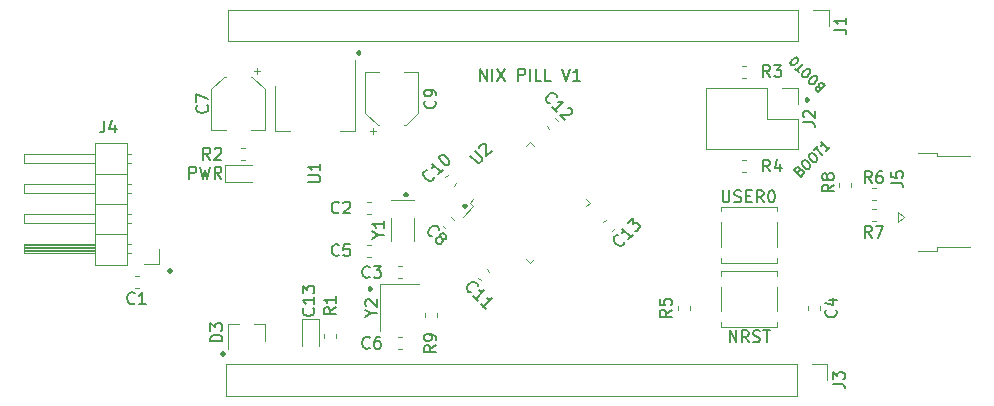
<source format=gbr>
%TF.GenerationSoftware,KiCad,Pcbnew,(5.1.6)-1*%
%TF.CreationDate,2021-01-27T20:14:57-06:00*%
%TF.ProjectId,nix-pill-v1,6e69782d-7069-46c6-9c2d-76312e6b6963,rev?*%
%TF.SameCoordinates,Original*%
%TF.FileFunction,Legend,Top*%
%TF.FilePolarity,Positive*%
%FSLAX46Y46*%
G04 Gerber Fmt 4.6, Leading zero omitted, Abs format (unit mm)*
G04 Created by KiCad (PCBNEW (5.1.6)-1) date 2021-01-27 20:14:57*
%MOMM*%
%LPD*%
G01*
G04 APERTURE LIST*
%ADD10C,0.150000*%
%ADD11C,0.300000*%
%ADD12C,0.200000*%
%ADD13C,0.120000*%
G04 APERTURE END LIST*
D10*
X133285714Y-107152380D02*
X133285714Y-106152380D01*
X133857142Y-107152380D01*
X133857142Y-106152380D01*
X134333333Y-107152380D02*
X134333333Y-106152380D01*
X134714285Y-106152380D02*
X135380952Y-107152380D01*
X135380952Y-106152380D02*
X134714285Y-107152380D01*
X136523809Y-107152380D02*
X136523809Y-106152380D01*
X136904761Y-106152380D01*
X137000000Y-106200000D01*
X137047619Y-106247619D01*
X137095238Y-106342857D01*
X137095238Y-106485714D01*
X137047619Y-106580952D01*
X137000000Y-106628571D01*
X136904761Y-106676190D01*
X136523809Y-106676190D01*
X137523809Y-107152380D02*
X137523809Y-106152380D01*
X138476190Y-107152380D02*
X138000000Y-107152380D01*
X138000000Y-106152380D01*
X139285714Y-107152380D02*
X138809523Y-107152380D01*
X138809523Y-106152380D01*
X140238095Y-106152380D02*
X140571428Y-107152380D01*
X140904761Y-106152380D01*
X141761904Y-107152380D02*
X141190476Y-107152380D01*
X141476190Y-107152380D02*
X141476190Y-106152380D01*
X141380952Y-106295238D01*
X141285714Y-106390476D01*
X141190476Y-106438095D01*
D11*
X107000000Y-123235714D02*
X106928571Y-123307142D01*
X107000000Y-123378571D01*
X107071428Y-123307142D01*
X107000000Y-123235714D01*
X107000000Y-123378571D01*
X161000000Y-108735714D02*
X160928571Y-108807142D01*
X161000000Y-108878571D01*
X161071428Y-108807142D01*
X161000000Y-108735714D01*
X161000000Y-108878571D01*
X132000000Y-117735714D02*
X131928571Y-117807142D01*
X132000000Y-117878571D01*
X132071428Y-117807142D01*
X132000000Y-117735714D01*
X132000000Y-117878571D01*
X127000000Y-116735714D02*
X126928571Y-116807142D01*
X127000000Y-116878571D01*
X127071428Y-116807142D01*
X127000000Y-116735714D01*
X127000000Y-116878571D01*
X124000000Y-124735714D02*
X123928571Y-124807142D01*
X124000000Y-124878571D01*
X124071428Y-124807142D01*
X124000000Y-124735714D01*
X124000000Y-124878571D01*
X111500000Y-130235714D02*
X111428571Y-130307142D01*
X111500000Y-130378571D01*
X111571428Y-130307142D01*
X111500000Y-130235714D01*
X111500000Y-130378571D01*
X123000000Y-104735714D02*
X122928571Y-104807142D01*
X123000000Y-104878571D01*
X123071428Y-104807142D01*
X123000000Y-104735714D01*
X123000000Y-104878571D01*
D12*
X160322503Y-114796683D02*
X160430253Y-114742809D01*
X160484128Y-114742809D01*
X160564940Y-114769746D01*
X160645752Y-114850558D01*
X160672690Y-114931370D01*
X160672690Y-114985245D01*
X160645752Y-115066057D01*
X160430253Y-115281557D01*
X159864568Y-114715871D01*
X160053129Y-114527309D01*
X160133942Y-114500372D01*
X160187816Y-114500372D01*
X160268629Y-114527309D01*
X160322503Y-114581184D01*
X160349441Y-114661996D01*
X160349441Y-114715871D01*
X160322503Y-114796683D01*
X160133942Y-114985245D01*
X160538003Y-114042436D02*
X160645752Y-113934687D01*
X160726564Y-113907749D01*
X160834314Y-113907749D01*
X160969001Y-113988561D01*
X161157563Y-114177123D01*
X161238375Y-114311810D01*
X161238375Y-114419560D01*
X161211438Y-114500372D01*
X161103688Y-114608122D01*
X161022876Y-114635059D01*
X160915126Y-114635059D01*
X160780439Y-114554247D01*
X160591877Y-114365685D01*
X160511065Y-114230998D01*
X160511065Y-114123248D01*
X160538003Y-114042436D01*
X161130625Y-113449813D02*
X161238375Y-113342064D01*
X161319187Y-113315126D01*
X161426937Y-113315126D01*
X161561624Y-113395938D01*
X161750186Y-113584500D01*
X161830998Y-113719187D01*
X161830998Y-113826937D01*
X161804061Y-113907749D01*
X161696311Y-114015499D01*
X161615499Y-114042436D01*
X161507749Y-114042436D01*
X161373062Y-113961624D01*
X161184500Y-113773062D01*
X161103688Y-113638375D01*
X161103688Y-113530625D01*
X161130625Y-113449813D01*
X161534687Y-113045752D02*
X161857935Y-112722503D01*
X162261996Y-113449813D02*
X161696311Y-112884128D01*
X162908494Y-112803316D02*
X162585245Y-113126564D01*
X162746870Y-112964940D02*
X162181184Y-112399255D01*
X162208122Y-112533942D01*
X162208122Y-112641691D01*
X162181184Y-112722503D01*
X161996683Y-107677496D02*
X161942809Y-107569746D01*
X161942809Y-107515871D01*
X161969746Y-107435059D01*
X162050558Y-107354247D01*
X162131370Y-107327309D01*
X162185245Y-107327309D01*
X162266057Y-107354247D01*
X162481557Y-107569746D01*
X161915871Y-108135431D01*
X161727309Y-107946870D01*
X161700372Y-107866057D01*
X161700372Y-107812183D01*
X161727309Y-107731370D01*
X161781184Y-107677496D01*
X161861996Y-107650558D01*
X161915871Y-107650558D01*
X161996683Y-107677496D01*
X162185245Y-107866057D01*
X161242436Y-107461996D02*
X161134687Y-107354247D01*
X161107749Y-107273435D01*
X161107749Y-107165685D01*
X161188561Y-107030998D01*
X161377123Y-106842436D01*
X161511810Y-106761624D01*
X161619560Y-106761624D01*
X161700372Y-106788561D01*
X161808122Y-106896311D01*
X161835059Y-106977123D01*
X161835059Y-107084873D01*
X161754247Y-107219560D01*
X161565685Y-107408122D01*
X161430998Y-107488934D01*
X161323248Y-107488934D01*
X161242436Y-107461996D01*
X160649813Y-106869374D02*
X160542064Y-106761624D01*
X160515126Y-106680812D01*
X160515126Y-106573062D01*
X160595938Y-106438375D01*
X160784500Y-106249813D01*
X160919187Y-106169001D01*
X161026937Y-106169001D01*
X161107749Y-106195938D01*
X161215499Y-106303688D01*
X161242436Y-106384500D01*
X161242436Y-106492250D01*
X161161624Y-106626937D01*
X160973062Y-106815499D01*
X160838375Y-106896311D01*
X160730625Y-106896311D01*
X160649813Y-106869374D01*
X160245752Y-106465312D02*
X159922503Y-106142064D01*
X160649813Y-105738003D02*
X160084128Y-106303688D01*
X159626192Y-105845752D02*
X159572317Y-105791877D01*
X159545380Y-105711065D01*
X159545380Y-105657190D01*
X159572317Y-105576378D01*
X159653129Y-105441691D01*
X159787816Y-105307004D01*
X159922503Y-105226192D01*
X160003316Y-105199255D01*
X160057190Y-105199255D01*
X160138003Y-105226192D01*
X160191877Y-105280067D01*
X160218815Y-105360879D01*
X160218815Y-105414754D01*
X160191877Y-105495566D01*
X160111065Y-105630253D01*
X159976378Y-105764940D01*
X159841691Y-105845752D01*
X159760879Y-105872690D01*
X159707004Y-105872690D01*
X159626192Y-105845752D01*
D13*
%TO.C,C1*%
X104362779Y-124710000D02*
X104037221Y-124710000D01*
X104362779Y-123690000D02*
X104037221Y-123690000D01*
%TO.C,C2*%
X124062779Y-118460000D02*
X123737221Y-118460000D01*
X124062779Y-117440000D02*
X123737221Y-117440000D01*
%TO.C,C3*%
X126337221Y-123910000D02*
X126662779Y-123910000D01*
X126337221Y-122890000D02*
X126662779Y-122890000D01*
%TO.C,C4*%
X162060000Y-126562779D02*
X162060000Y-126237221D01*
X161040000Y-126562779D02*
X161040000Y-126237221D01*
%TO.C,C5*%
X124062779Y-122060000D02*
X123737221Y-122060000D01*
X124062779Y-121040000D02*
X123737221Y-121040000D01*
%TO.C,C6*%
X126662779Y-128890000D02*
X126337221Y-128890000D01*
X126662779Y-129910000D02*
X126337221Y-129910000D01*
%TO.C,C7*%
X110540000Y-111360000D02*
X111740000Y-111360000D01*
X115060000Y-111360000D02*
X113860000Y-111360000D01*
X115060000Y-107904437D02*
X115060000Y-111360000D01*
X110540000Y-107904437D02*
X110540000Y-111360000D01*
X111604437Y-106840000D02*
X111740000Y-106840000D01*
X113995563Y-106840000D02*
X113860000Y-106840000D01*
X113995563Y-106840000D02*
X115060000Y-107904437D01*
X111604437Y-106840000D02*
X110540000Y-107904437D01*
X114360000Y-106100000D02*
X114360000Y-106600000D01*
X114610000Y-106350000D02*
X114110000Y-106350000D01*
%TO.C,C8*%
X130354478Y-119675727D02*
X130124273Y-119445522D01*
X131075727Y-118954478D02*
X130845522Y-118724273D01*
%TO.C,C9*%
X123990000Y-111450000D02*
X124490000Y-111450000D01*
X124240000Y-111700000D02*
X124240000Y-111200000D01*
X126995563Y-110960000D02*
X128060000Y-109895563D01*
X124604437Y-110960000D02*
X123540000Y-109895563D01*
X124604437Y-110960000D02*
X124740000Y-110960000D01*
X126995563Y-110960000D02*
X126860000Y-110960000D01*
X128060000Y-109895563D02*
X128060000Y-106440000D01*
X123540000Y-109895563D02*
X123540000Y-106440000D01*
X123540000Y-106440000D02*
X124740000Y-106440000D01*
X128060000Y-106440000D02*
X126860000Y-106440000D01*
%TO.C,C10*%
X131045522Y-116075727D02*
X131275727Y-115845522D01*
X130324273Y-115354478D02*
X130554478Y-115124273D01*
%TO.C,C11*%
X133354478Y-124075727D02*
X133124273Y-123845522D01*
X134075727Y-123354478D02*
X133845522Y-123124273D01*
%TO.C,C12*%
X138924273Y-111045522D02*
X139154478Y-111275727D01*
X139645522Y-110324273D02*
X139875727Y-110554478D01*
%TO.C,C13*%
X144675727Y-119645522D02*
X144445522Y-119875727D01*
X143954478Y-118924273D02*
X143724273Y-119154478D01*
%TO.C,D1*%
X118165000Y-127315000D02*
X118165000Y-129600000D01*
X119635000Y-127315000D02*
X118165000Y-127315000D01*
X119635000Y-129600000D02*
X119635000Y-127315000D01*
%TO.C,D2*%
X114000000Y-114265000D02*
X111715000Y-114265000D01*
X111715000Y-114265000D02*
X111715000Y-115735000D01*
X111715000Y-115735000D02*
X114000000Y-115735000D01*
%TO.C,D3*%
X115080000Y-127740000D02*
X114150000Y-127740000D01*
X111920000Y-127740000D02*
X112850000Y-127740000D01*
X111920000Y-127740000D02*
X111920000Y-129900000D01*
X115080000Y-127740000D02*
X115080000Y-129200000D01*
%TO.C,J1*%
X162830000Y-101170000D02*
X162830000Y-102500000D01*
X161500000Y-101170000D02*
X162830000Y-101170000D01*
X160230000Y-101170000D02*
X160230000Y-103830000D01*
X160230000Y-103830000D02*
X111910000Y-103830000D01*
X160230000Y-101170000D02*
X111910000Y-101170000D01*
X111910000Y-101170000D02*
X111910000Y-103830000D01*
%TO.C,J2*%
X152450000Y-107770000D02*
X152450000Y-112970000D01*
X157590000Y-107770000D02*
X152450000Y-107770000D01*
X160190000Y-112970000D02*
X152450000Y-112970000D01*
X157590000Y-107770000D02*
X157590000Y-110370000D01*
X157590000Y-110370000D02*
X160190000Y-110370000D01*
X160190000Y-110370000D02*
X160190000Y-112970000D01*
X158860000Y-107770000D02*
X160190000Y-107770000D01*
X160190000Y-107770000D02*
X160190000Y-109100000D01*
%TO.C,J3*%
X111770000Y-131170000D02*
X111770000Y-133830000D01*
X160090000Y-131170000D02*
X111770000Y-131170000D01*
X160090000Y-133830000D02*
X111770000Y-133830000D01*
X160090000Y-131170000D02*
X160090000Y-133830000D01*
X161360000Y-131170000D02*
X162690000Y-131170000D01*
X162690000Y-131170000D02*
X162690000Y-132500000D01*
%TO.C,J4*%
X103360000Y-122730000D02*
X103360000Y-112450000D01*
X103360000Y-112450000D02*
X100700000Y-112450000D01*
X100700000Y-112450000D02*
X100700000Y-122730000D01*
X100700000Y-122730000D02*
X103360000Y-122730000D01*
X100700000Y-121780000D02*
X94700000Y-121780000D01*
X94700000Y-121780000D02*
X94700000Y-121020000D01*
X94700000Y-121020000D02*
X100700000Y-121020000D01*
X100700000Y-121720000D02*
X94700000Y-121720000D01*
X100700000Y-121600000D02*
X94700000Y-121600000D01*
X100700000Y-121480000D02*
X94700000Y-121480000D01*
X100700000Y-121360000D02*
X94700000Y-121360000D01*
X100700000Y-121240000D02*
X94700000Y-121240000D01*
X100700000Y-121120000D02*
X94700000Y-121120000D01*
X103690000Y-121780000D02*
X103360000Y-121780000D01*
X103690000Y-121020000D02*
X103360000Y-121020000D01*
X103360000Y-120130000D02*
X100700000Y-120130000D01*
X100700000Y-119240000D02*
X94700000Y-119240000D01*
X94700000Y-119240000D02*
X94700000Y-118480000D01*
X94700000Y-118480000D02*
X100700000Y-118480000D01*
X103757071Y-119240000D02*
X103360000Y-119240000D01*
X103757071Y-118480000D02*
X103360000Y-118480000D01*
X103360000Y-117590000D02*
X100700000Y-117590000D01*
X100700000Y-116700000D02*
X94700000Y-116700000D01*
X94700000Y-116700000D02*
X94700000Y-115940000D01*
X94700000Y-115940000D02*
X100700000Y-115940000D01*
X103757071Y-116700000D02*
X103360000Y-116700000D01*
X103757071Y-115940000D02*
X103360000Y-115940000D01*
X103360000Y-115050000D02*
X100700000Y-115050000D01*
X100700000Y-114160000D02*
X94700000Y-114160000D01*
X94700000Y-114160000D02*
X94700000Y-113400000D01*
X94700000Y-113400000D02*
X100700000Y-113400000D01*
X103757071Y-114160000D02*
X103360000Y-114160000D01*
X103757071Y-113400000D02*
X103360000Y-113400000D01*
X106070000Y-121400000D02*
X106070000Y-122670000D01*
X106070000Y-122670000D02*
X104800000Y-122670000D01*
%TO.C,J5*%
X171935000Y-121575000D02*
X170385000Y-121575000D01*
X171935000Y-121575000D02*
X171935000Y-121275000D01*
X174735000Y-121275000D02*
X171935000Y-121275000D01*
X171935000Y-113275000D02*
X170385000Y-113275000D01*
X171935000Y-113575000D02*
X171935000Y-113275000D01*
X174735000Y-113575000D02*
X171935000Y-113575000D01*
X168685000Y-118325000D02*
X169135000Y-118725000D01*
X168685000Y-119125000D02*
X168685000Y-118325000D01*
X169135000Y-118725000D02*
X168685000Y-119125000D01*
%TO.C,R1*%
X120090000Y-128637221D02*
X120090000Y-128962779D01*
X121110000Y-128637221D02*
X121110000Y-128962779D01*
%TO.C,R2*%
X113037221Y-112890000D02*
X113362779Y-112890000D01*
X113037221Y-113910000D02*
X113362779Y-113910000D01*
%TO.C,R3*%
X155437221Y-105890000D02*
X155762779Y-105890000D01*
X155437221Y-106910000D02*
X155762779Y-106910000D01*
%TO.C,R4*%
X155762779Y-113890000D02*
X155437221Y-113890000D01*
X155762779Y-114910000D02*
X155437221Y-114910000D01*
%TO.C,R5*%
X150040000Y-126237221D02*
X150040000Y-126562779D01*
X151060000Y-126237221D02*
X151060000Y-126562779D01*
%TO.C,R6*%
X166437221Y-117310000D02*
X166762779Y-117310000D01*
X166437221Y-116290000D02*
X166762779Y-116290000D01*
%TO.C,R7*%
X166437221Y-117990000D02*
X166762779Y-117990000D01*
X166437221Y-119010000D02*
X166762779Y-119010000D01*
%TO.C,R8*%
X164710000Y-115837221D02*
X164710000Y-116162779D01*
X163690000Y-115837221D02*
X163690000Y-116162779D01*
%TO.C,R9*%
X129610000Y-126837221D02*
X129610000Y-127162779D01*
X128590000Y-126837221D02*
X128590000Y-127162779D01*
%TO.C,SW1*%
X153680000Y-117830000D02*
X158420000Y-117830000D01*
X153680000Y-117830000D02*
X153680000Y-118230000D01*
X158420000Y-117830000D02*
X158420000Y-118230000D01*
X153680000Y-122570000D02*
X153680000Y-122170000D01*
X153680000Y-122570000D02*
X158420000Y-122570000D01*
X158420000Y-122570000D02*
X158420000Y-122170000D01*
X158420000Y-121230000D02*
X158420000Y-119170000D01*
X153680000Y-121230000D02*
X153680000Y-119170000D01*
%TO.C,SW2*%
X153680000Y-126680000D02*
X153680000Y-124620000D01*
X158420000Y-126680000D02*
X158420000Y-124620000D01*
X158420000Y-128020000D02*
X158420000Y-127620000D01*
X153680000Y-128020000D02*
X158420000Y-128020000D01*
X153680000Y-128020000D02*
X153680000Y-127620000D01*
X158420000Y-123280000D02*
X158420000Y-123680000D01*
X153680000Y-123280000D02*
X153680000Y-123680000D01*
X153680000Y-123280000D02*
X158420000Y-123280000D01*
%TO.C,U1*%
X115890000Y-111410000D02*
X117150000Y-111410000D01*
X122710000Y-111410000D02*
X121450000Y-111410000D01*
X115890000Y-107650000D02*
X115890000Y-111410000D01*
X122710000Y-105400000D02*
X122710000Y-111410000D01*
%TO.C,U2*%
X142287113Y-117818198D02*
X142605311Y-117500000D01*
X142605311Y-117500000D02*
X142287113Y-117181802D01*
X137818198Y-122287113D02*
X137500000Y-122605311D01*
X137500000Y-122605311D02*
X137181802Y-122287113D01*
X137181802Y-112712887D02*
X137500000Y-112394689D01*
X137500000Y-112394689D02*
X137818198Y-112712887D01*
X132712887Y-117181802D02*
X132394689Y-117500000D01*
X132394689Y-117500000D02*
X132712887Y-117818198D01*
X132712887Y-117818198D02*
X131800719Y-118730366D01*
%TO.C,Y1*%
X127650000Y-118800000D02*
X127650000Y-120700000D01*
X125750000Y-118800000D02*
X125750000Y-120700000D01*
X127650000Y-117300000D02*
X125750000Y-117300000D01*
%TO.C,Y2*%
X128150000Y-124400000D02*
X124850000Y-124400000D01*
X124850000Y-124400000D02*
X124850000Y-128400000D01*
%TO.C,C1*%
D10*
X104033333Y-125987142D02*
X103985714Y-126034761D01*
X103842857Y-126082380D01*
X103747619Y-126082380D01*
X103604761Y-126034761D01*
X103509523Y-125939523D01*
X103461904Y-125844285D01*
X103414285Y-125653809D01*
X103414285Y-125510952D01*
X103461904Y-125320476D01*
X103509523Y-125225238D01*
X103604761Y-125130000D01*
X103747619Y-125082380D01*
X103842857Y-125082380D01*
X103985714Y-125130000D01*
X104033333Y-125177619D01*
X104985714Y-126082380D02*
X104414285Y-126082380D01*
X104700000Y-126082380D02*
X104700000Y-125082380D01*
X104604761Y-125225238D01*
X104509523Y-125320476D01*
X104414285Y-125368095D01*
%TO.C,C2*%
X121333333Y-118307142D02*
X121285714Y-118354761D01*
X121142857Y-118402380D01*
X121047619Y-118402380D01*
X120904761Y-118354761D01*
X120809523Y-118259523D01*
X120761904Y-118164285D01*
X120714285Y-117973809D01*
X120714285Y-117830952D01*
X120761904Y-117640476D01*
X120809523Y-117545238D01*
X120904761Y-117450000D01*
X121047619Y-117402380D01*
X121142857Y-117402380D01*
X121285714Y-117450000D01*
X121333333Y-117497619D01*
X121714285Y-117497619D02*
X121761904Y-117450000D01*
X121857142Y-117402380D01*
X122095238Y-117402380D01*
X122190476Y-117450000D01*
X122238095Y-117497619D01*
X122285714Y-117592857D01*
X122285714Y-117688095D01*
X122238095Y-117830952D01*
X121666666Y-118402380D01*
X122285714Y-118402380D01*
%TO.C,C3*%
X123933333Y-123757142D02*
X123885714Y-123804761D01*
X123742857Y-123852380D01*
X123647619Y-123852380D01*
X123504761Y-123804761D01*
X123409523Y-123709523D01*
X123361904Y-123614285D01*
X123314285Y-123423809D01*
X123314285Y-123280952D01*
X123361904Y-123090476D01*
X123409523Y-122995238D01*
X123504761Y-122900000D01*
X123647619Y-122852380D01*
X123742857Y-122852380D01*
X123885714Y-122900000D01*
X123933333Y-122947619D01*
X124266666Y-122852380D02*
X124885714Y-122852380D01*
X124552380Y-123233333D01*
X124695238Y-123233333D01*
X124790476Y-123280952D01*
X124838095Y-123328571D01*
X124885714Y-123423809D01*
X124885714Y-123661904D01*
X124838095Y-123757142D01*
X124790476Y-123804761D01*
X124695238Y-123852380D01*
X124409523Y-123852380D01*
X124314285Y-123804761D01*
X124266666Y-123757142D01*
%TO.C,C4*%
X163407142Y-126566666D02*
X163454761Y-126614285D01*
X163502380Y-126757142D01*
X163502380Y-126852380D01*
X163454761Y-126995238D01*
X163359523Y-127090476D01*
X163264285Y-127138095D01*
X163073809Y-127185714D01*
X162930952Y-127185714D01*
X162740476Y-127138095D01*
X162645238Y-127090476D01*
X162550000Y-126995238D01*
X162502380Y-126852380D01*
X162502380Y-126757142D01*
X162550000Y-126614285D01*
X162597619Y-126566666D01*
X162835714Y-125709523D02*
X163502380Y-125709523D01*
X162454761Y-125947619D02*
X163169047Y-126185714D01*
X163169047Y-125566666D01*
%TO.C,C5*%
X121333333Y-121907142D02*
X121285714Y-121954761D01*
X121142857Y-122002380D01*
X121047619Y-122002380D01*
X120904761Y-121954761D01*
X120809523Y-121859523D01*
X120761904Y-121764285D01*
X120714285Y-121573809D01*
X120714285Y-121430952D01*
X120761904Y-121240476D01*
X120809523Y-121145238D01*
X120904761Y-121050000D01*
X121047619Y-121002380D01*
X121142857Y-121002380D01*
X121285714Y-121050000D01*
X121333333Y-121097619D01*
X122238095Y-121002380D02*
X121761904Y-121002380D01*
X121714285Y-121478571D01*
X121761904Y-121430952D01*
X121857142Y-121383333D01*
X122095238Y-121383333D01*
X122190476Y-121430952D01*
X122238095Y-121478571D01*
X122285714Y-121573809D01*
X122285714Y-121811904D01*
X122238095Y-121907142D01*
X122190476Y-121954761D01*
X122095238Y-122002380D01*
X121857142Y-122002380D01*
X121761904Y-121954761D01*
X121714285Y-121907142D01*
%TO.C,C6*%
X123933333Y-129757142D02*
X123885714Y-129804761D01*
X123742857Y-129852380D01*
X123647619Y-129852380D01*
X123504761Y-129804761D01*
X123409523Y-129709523D01*
X123361904Y-129614285D01*
X123314285Y-129423809D01*
X123314285Y-129280952D01*
X123361904Y-129090476D01*
X123409523Y-128995238D01*
X123504761Y-128900000D01*
X123647619Y-128852380D01*
X123742857Y-128852380D01*
X123885714Y-128900000D01*
X123933333Y-128947619D01*
X124790476Y-128852380D02*
X124600000Y-128852380D01*
X124504761Y-128900000D01*
X124457142Y-128947619D01*
X124361904Y-129090476D01*
X124314285Y-129280952D01*
X124314285Y-129661904D01*
X124361904Y-129757142D01*
X124409523Y-129804761D01*
X124504761Y-129852380D01*
X124695238Y-129852380D01*
X124790476Y-129804761D01*
X124838095Y-129757142D01*
X124885714Y-129661904D01*
X124885714Y-129423809D01*
X124838095Y-129328571D01*
X124790476Y-129280952D01*
X124695238Y-129233333D01*
X124504761Y-129233333D01*
X124409523Y-129280952D01*
X124361904Y-129328571D01*
X124314285Y-129423809D01*
%TO.C,C7*%
X110157142Y-109266666D02*
X110204761Y-109314285D01*
X110252380Y-109457142D01*
X110252380Y-109552380D01*
X110204761Y-109695238D01*
X110109523Y-109790476D01*
X110014285Y-109838095D01*
X109823809Y-109885714D01*
X109680952Y-109885714D01*
X109490476Y-109838095D01*
X109395238Y-109790476D01*
X109300000Y-109695238D01*
X109252380Y-109552380D01*
X109252380Y-109457142D01*
X109300000Y-109314285D01*
X109347619Y-109266666D01*
X109252380Y-108933333D02*
X109252380Y-108266666D01*
X110252380Y-108695238D01*
%TO.C,C8*%
X129218447Y-120345850D02*
X129151104Y-120345850D01*
X129016417Y-120278506D01*
X128949073Y-120211163D01*
X128881730Y-120076475D01*
X128881730Y-119941788D01*
X128915401Y-119840773D01*
X129016417Y-119672414D01*
X129117432Y-119571399D01*
X129285791Y-119470384D01*
X129386806Y-119436712D01*
X129521493Y-119436712D01*
X129656180Y-119504056D01*
X129723524Y-119571399D01*
X129790867Y-119706086D01*
X129790867Y-119773430D01*
X129959226Y-120413193D02*
X129925554Y-120312178D01*
X129925554Y-120244834D01*
X129959226Y-120143819D01*
X129992898Y-120110147D01*
X130093913Y-120076475D01*
X130161256Y-120076475D01*
X130262272Y-120110147D01*
X130396959Y-120244834D01*
X130430630Y-120345850D01*
X130430630Y-120413193D01*
X130396959Y-120514208D01*
X130363287Y-120547880D01*
X130262272Y-120581552D01*
X130194928Y-120581552D01*
X130093913Y-120547880D01*
X129959226Y-120413193D01*
X129858211Y-120379521D01*
X129790867Y-120379521D01*
X129689852Y-120413193D01*
X129555165Y-120547880D01*
X129521493Y-120648895D01*
X129521493Y-120716239D01*
X129555165Y-120817254D01*
X129689852Y-120951941D01*
X129790867Y-120985613D01*
X129858211Y-120985613D01*
X129959226Y-120951941D01*
X130093913Y-120817254D01*
X130127585Y-120716239D01*
X130127585Y-120648895D01*
X130093913Y-120547880D01*
%TO.C,C9*%
X129457142Y-108866666D02*
X129504761Y-108914285D01*
X129552380Y-109057142D01*
X129552380Y-109152380D01*
X129504761Y-109295238D01*
X129409523Y-109390476D01*
X129314285Y-109438095D01*
X129123809Y-109485714D01*
X128980952Y-109485714D01*
X128790476Y-109438095D01*
X128695238Y-109390476D01*
X128600000Y-109295238D01*
X128552380Y-109152380D01*
X128552380Y-109057142D01*
X128600000Y-108914285D01*
X128647619Y-108866666D01*
X129552380Y-108390476D02*
X129552380Y-108200000D01*
X129504761Y-108104761D01*
X129457142Y-108057142D01*
X129314285Y-107961904D01*
X129123809Y-107914285D01*
X128742857Y-107914285D01*
X128647619Y-107961904D01*
X128600000Y-108009523D01*
X128552380Y-108104761D01*
X128552380Y-108295238D01*
X128600000Y-108390476D01*
X128647619Y-108438095D01*
X128742857Y-108485714D01*
X128980952Y-108485714D01*
X129076190Y-108438095D01*
X129123809Y-108390476D01*
X129171428Y-108295238D01*
X129171428Y-108104761D01*
X129123809Y-108009523D01*
X129076190Y-107961904D01*
X128980952Y-107914285D01*
%TO.C,C10*%
X129397969Y-115307106D02*
X129397969Y-115374450D01*
X129330625Y-115509137D01*
X129263282Y-115576480D01*
X129128595Y-115643824D01*
X128993908Y-115643824D01*
X128892893Y-115610152D01*
X128724534Y-115509137D01*
X128623519Y-115408122D01*
X128522503Y-115239763D01*
X128488832Y-115138748D01*
X128488832Y-115004061D01*
X128556175Y-114869374D01*
X128623519Y-114802030D01*
X128758206Y-114734687D01*
X128825549Y-114734687D01*
X130138748Y-114701015D02*
X129734687Y-115105076D01*
X129936717Y-114903045D02*
X129229610Y-114195938D01*
X129263282Y-114364297D01*
X129263282Y-114498984D01*
X129229610Y-114600000D01*
X129869374Y-113556175D02*
X129936717Y-113488832D01*
X130037732Y-113455160D01*
X130105076Y-113455160D01*
X130206091Y-113488832D01*
X130374450Y-113589847D01*
X130542809Y-113758206D01*
X130643824Y-113926564D01*
X130677496Y-114027580D01*
X130677496Y-114094923D01*
X130643824Y-114195938D01*
X130576480Y-114263282D01*
X130475465Y-114296954D01*
X130408122Y-114296954D01*
X130307106Y-114263282D01*
X130138748Y-114162267D01*
X129970389Y-113993908D01*
X129869374Y-113825549D01*
X129835702Y-113724534D01*
X129835702Y-113657190D01*
X129869374Y-113556175D01*
%TO.C,C11*%
X132492893Y-125097969D02*
X132425549Y-125097969D01*
X132290862Y-125030625D01*
X132223519Y-124963282D01*
X132156175Y-124828595D01*
X132156175Y-124693908D01*
X132189847Y-124592893D01*
X132290862Y-124424534D01*
X132391877Y-124323519D01*
X132560236Y-124222503D01*
X132661251Y-124188832D01*
X132795938Y-124188832D01*
X132930625Y-124256175D01*
X132997969Y-124323519D01*
X133065312Y-124458206D01*
X133065312Y-124525549D01*
X133098984Y-125838748D02*
X132694923Y-125434687D01*
X132896954Y-125636717D02*
X133604061Y-124929610D01*
X133435702Y-124963282D01*
X133301015Y-124963282D01*
X133200000Y-124929610D01*
X133772419Y-126512183D02*
X133368358Y-126108122D01*
X133570389Y-126310152D02*
X134277496Y-125603045D01*
X134109137Y-125636717D01*
X133974450Y-125636717D01*
X133873435Y-125603045D01*
%TO.C,C12*%
X139192893Y-109097969D02*
X139125549Y-109097969D01*
X138990862Y-109030625D01*
X138923519Y-108963282D01*
X138856175Y-108828595D01*
X138856175Y-108693908D01*
X138889847Y-108592893D01*
X138990862Y-108424534D01*
X139091877Y-108323519D01*
X139260236Y-108222503D01*
X139361251Y-108188832D01*
X139495938Y-108188832D01*
X139630625Y-108256175D01*
X139697969Y-108323519D01*
X139765312Y-108458206D01*
X139765312Y-108525549D01*
X139798984Y-109838748D02*
X139394923Y-109434687D01*
X139596954Y-109636717D02*
X140304061Y-108929610D01*
X140135702Y-108963282D01*
X140001015Y-108963282D01*
X139900000Y-108929610D01*
X140708122Y-109468358D02*
X140775465Y-109468358D01*
X140876480Y-109502030D01*
X141044839Y-109670389D01*
X141078511Y-109771404D01*
X141078511Y-109838748D01*
X141044839Y-109939763D01*
X140977496Y-110007106D01*
X140842809Y-110074450D01*
X140034687Y-110074450D01*
X140472419Y-110512183D01*
%TO.C,C13*%
X145497969Y-120807106D02*
X145497969Y-120874450D01*
X145430625Y-121009137D01*
X145363282Y-121076480D01*
X145228595Y-121143824D01*
X145093908Y-121143824D01*
X144992893Y-121110152D01*
X144824534Y-121009137D01*
X144723519Y-120908122D01*
X144622503Y-120739763D01*
X144588832Y-120638748D01*
X144588832Y-120504061D01*
X144656175Y-120369374D01*
X144723519Y-120302030D01*
X144858206Y-120234687D01*
X144925549Y-120234687D01*
X146238748Y-120201015D02*
X145834687Y-120605076D01*
X146036717Y-120403045D02*
X145329610Y-119695938D01*
X145363282Y-119864297D01*
X145363282Y-119998984D01*
X145329610Y-120100000D01*
X145767343Y-119258206D02*
X146205076Y-118820473D01*
X146238748Y-119325549D01*
X146339763Y-119224534D01*
X146440778Y-119190862D01*
X146508122Y-119190862D01*
X146609137Y-119224534D01*
X146777496Y-119392893D01*
X146811167Y-119493908D01*
X146811167Y-119561251D01*
X146777496Y-119662267D01*
X146575465Y-119864297D01*
X146474450Y-119897969D01*
X146407106Y-119897969D01*
%TO.C,D1*%
X119157142Y-126442857D02*
X119204761Y-126490476D01*
X119252380Y-126633333D01*
X119252380Y-126728571D01*
X119204761Y-126871428D01*
X119109523Y-126966666D01*
X119014285Y-127014285D01*
X118823809Y-127061904D01*
X118680952Y-127061904D01*
X118490476Y-127014285D01*
X118395238Y-126966666D01*
X118300000Y-126871428D01*
X118252380Y-126728571D01*
X118252380Y-126633333D01*
X118300000Y-126490476D01*
X118347619Y-126442857D01*
X119252380Y-125490476D02*
X119252380Y-126061904D01*
X119252380Y-125776190D02*
X118252380Y-125776190D01*
X118395238Y-125871428D01*
X118490476Y-125966666D01*
X118538095Y-126061904D01*
X118252380Y-125157142D02*
X118252380Y-124538095D01*
X118633333Y-124871428D01*
X118633333Y-124728571D01*
X118680952Y-124633333D01*
X118728571Y-124585714D01*
X118823809Y-124538095D01*
X119061904Y-124538095D01*
X119157142Y-124585714D01*
X119204761Y-124633333D01*
X119252380Y-124728571D01*
X119252380Y-125014285D01*
X119204761Y-125109523D01*
X119157142Y-125157142D01*
%TO.C,D2*%
X108666666Y-115452380D02*
X108666666Y-114452380D01*
X109047619Y-114452380D01*
X109142857Y-114500000D01*
X109190476Y-114547619D01*
X109238095Y-114642857D01*
X109238095Y-114785714D01*
X109190476Y-114880952D01*
X109142857Y-114928571D01*
X109047619Y-114976190D01*
X108666666Y-114976190D01*
X109571428Y-114452380D02*
X109809523Y-115452380D01*
X110000000Y-114738095D01*
X110190476Y-115452380D01*
X110428571Y-114452380D01*
X111380952Y-115452380D02*
X111047619Y-114976190D01*
X110809523Y-115452380D02*
X110809523Y-114452380D01*
X111190476Y-114452380D01*
X111285714Y-114500000D01*
X111333333Y-114547619D01*
X111380952Y-114642857D01*
X111380952Y-114785714D01*
X111333333Y-114880952D01*
X111285714Y-114928571D01*
X111190476Y-114976190D01*
X110809523Y-114976190D01*
%TO.C,D3*%
X111452380Y-129238095D02*
X110452380Y-129238095D01*
X110452380Y-129000000D01*
X110500000Y-128857142D01*
X110595238Y-128761904D01*
X110690476Y-128714285D01*
X110880952Y-128666666D01*
X111023809Y-128666666D01*
X111214285Y-128714285D01*
X111309523Y-128761904D01*
X111404761Y-128857142D01*
X111452380Y-129000000D01*
X111452380Y-129238095D01*
X110452380Y-128333333D02*
X110452380Y-127714285D01*
X110833333Y-128047619D01*
X110833333Y-127904761D01*
X110880952Y-127809523D01*
X110928571Y-127761904D01*
X111023809Y-127714285D01*
X111261904Y-127714285D01*
X111357142Y-127761904D01*
X111404761Y-127809523D01*
X111452380Y-127904761D01*
X111452380Y-128190476D01*
X111404761Y-128285714D01*
X111357142Y-128333333D01*
%TO.C,J1*%
X163282380Y-102833333D02*
X163996666Y-102833333D01*
X164139523Y-102880952D01*
X164234761Y-102976190D01*
X164282380Y-103119047D01*
X164282380Y-103214285D01*
X164282380Y-101833333D02*
X164282380Y-102404761D01*
X164282380Y-102119047D02*
X163282380Y-102119047D01*
X163425238Y-102214285D01*
X163520476Y-102309523D01*
X163568095Y-102404761D01*
%TO.C,J2*%
X160642380Y-110703333D02*
X161356666Y-110703333D01*
X161499523Y-110750952D01*
X161594761Y-110846190D01*
X161642380Y-110989047D01*
X161642380Y-111084285D01*
X160737619Y-110274761D02*
X160690000Y-110227142D01*
X160642380Y-110131904D01*
X160642380Y-109893809D01*
X160690000Y-109798571D01*
X160737619Y-109750952D01*
X160832857Y-109703333D01*
X160928095Y-109703333D01*
X161070952Y-109750952D01*
X161642380Y-110322380D01*
X161642380Y-109703333D01*
%TO.C,J3*%
X163142380Y-132833333D02*
X163856666Y-132833333D01*
X163999523Y-132880952D01*
X164094761Y-132976190D01*
X164142380Y-133119047D01*
X164142380Y-133214285D01*
X163142380Y-132452380D02*
X163142380Y-131833333D01*
X163523333Y-132166666D01*
X163523333Y-132023809D01*
X163570952Y-131928571D01*
X163618571Y-131880952D01*
X163713809Y-131833333D01*
X163951904Y-131833333D01*
X164047142Y-131880952D01*
X164094761Y-131928571D01*
X164142380Y-132023809D01*
X164142380Y-132309523D01*
X164094761Y-132404761D01*
X164047142Y-132452380D01*
%TO.C,J4*%
X101466666Y-110552380D02*
X101466666Y-111266666D01*
X101419047Y-111409523D01*
X101323809Y-111504761D01*
X101180952Y-111552380D01*
X101085714Y-111552380D01*
X102371428Y-110885714D02*
X102371428Y-111552380D01*
X102133333Y-110504761D02*
X101895238Y-111219047D01*
X102514285Y-111219047D01*
%TO.C,J5*%
X168087380Y-115808333D02*
X168801666Y-115808333D01*
X168944523Y-115855952D01*
X169039761Y-115951190D01*
X169087380Y-116094047D01*
X169087380Y-116189285D01*
X168087380Y-114855952D02*
X168087380Y-115332142D01*
X168563571Y-115379761D01*
X168515952Y-115332142D01*
X168468333Y-115236904D01*
X168468333Y-114998809D01*
X168515952Y-114903571D01*
X168563571Y-114855952D01*
X168658809Y-114808333D01*
X168896904Y-114808333D01*
X168992142Y-114855952D01*
X169039761Y-114903571D01*
X169087380Y-114998809D01*
X169087380Y-115236904D01*
X169039761Y-115332142D01*
X168992142Y-115379761D01*
%TO.C,R1*%
X121052380Y-126366666D02*
X120576190Y-126700000D01*
X121052380Y-126938095D02*
X120052380Y-126938095D01*
X120052380Y-126557142D01*
X120100000Y-126461904D01*
X120147619Y-126414285D01*
X120242857Y-126366666D01*
X120385714Y-126366666D01*
X120480952Y-126414285D01*
X120528571Y-126461904D01*
X120576190Y-126557142D01*
X120576190Y-126938095D01*
X121052380Y-125414285D02*
X121052380Y-125985714D01*
X121052380Y-125700000D02*
X120052380Y-125700000D01*
X120195238Y-125795238D01*
X120290476Y-125890476D01*
X120338095Y-125985714D01*
%TO.C,R2*%
X110433333Y-113852380D02*
X110100000Y-113376190D01*
X109861904Y-113852380D02*
X109861904Y-112852380D01*
X110242857Y-112852380D01*
X110338095Y-112900000D01*
X110385714Y-112947619D01*
X110433333Y-113042857D01*
X110433333Y-113185714D01*
X110385714Y-113280952D01*
X110338095Y-113328571D01*
X110242857Y-113376190D01*
X109861904Y-113376190D01*
X110814285Y-112947619D02*
X110861904Y-112900000D01*
X110957142Y-112852380D01*
X111195238Y-112852380D01*
X111290476Y-112900000D01*
X111338095Y-112947619D01*
X111385714Y-113042857D01*
X111385714Y-113138095D01*
X111338095Y-113280952D01*
X110766666Y-113852380D01*
X111385714Y-113852380D01*
%TO.C,R3*%
X157833333Y-106852380D02*
X157500000Y-106376190D01*
X157261904Y-106852380D02*
X157261904Y-105852380D01*
X157642857Y-105852380D01*
X157738095Y-105900000D01*
X157785714Y-105947619D01*
X157833333Y-106042857D01*
X157833333Y-106185714D01*
X157785714Y-106280952D01*
X157738095Y-106328571D01*
X157642857Y-106376190D01*
X157261904Y-106376190D01*
X158166666Y-105852380D02*
X158785714Y-105852380D01*
X158452380Y-106233333D01*
X158595238Y-106233333D01*
X158690476Y-106280952D01*
X158738095Y-106328571D01*
X158785714Y-106423809D01*
X158785714Y-106661904D01*
X158738095Y-106757142D01*
X158690476Y-106804761D01*
X158595238Y-106852380D01*
X158309523Y-106852380D01*
X158214285Y-106804761D01*
X158166666Y-106757142D01*
%TO.C,R4*%
X157833333Y-114852380D02*
X157500000Y-114376190D01*
X157261904Y-114852380D02*
X157261904Y-113852380D01*
X157642857Y-113852380D01*
X157738095Y-113900000D01*
X157785714Y-113947619D01*
X157833333Y-114042857D01*
X157833333Y-114185714D01*
X157785714Y-114280952D01*
X157738095Y-114328571D01*
X157642857Y-114376190D01*
X157261904Y-114376190D01*
X158690476Y-114185714D02*
X158690476Y-114852380D01*
X158452380Y-113804761D02*
X158214285Y-114519047D01*
X158833333Y-114519047D01*
%TO.C,R5*%
X149502380Y-126566666D02*
X149026190Y-126900000D01*
X149502380Y-127138095D02*
X148502380Y-127138095D01*
X148502380Y-126757142D01*
X148550000Y-126661904D01*
X148597619Y-126614285D01*
X148692857Y-126566666D01*
X148835714Y-126566666D01*
X148930952Y-126614285D01*
X148978571Y-126661904D01*
X149026190Y-126757142D01*
X149026190Y-127138095D01*
X148502380Y-125661904D02*
X148502380Y-126138095D01*
X148978571Y-126185714D01*
X148930952Y-126138095D01*
X148883333Y-126042857D01*
X148883333Y-125804761D01*
X148930952Y-125709523D01*
X148978571Y-125661904D01*
X149073809Y-125614285D01*
X149311904Y-125614285D01*
X149407142Y-125661904D01*
X149454761Y-125709523D01*
X149502380Y-125804761D01*
X149502380Y-126042857D01*
X149454761Y-126138095D01*
X149407142Y-126185714D01*
%TO.C,R6*%
X166433333Y-115822380D02*
X166100000Y-115346190D01*
X165861904Y-115822380D02*
X165861904Y-114822380D01*
X166242857Y-114822380D01*
X166338095Y-114870000D01*
X166385714Y-114917619D01*
X166433333Y-115012857D01*
X166433333Y-115155714D01*
X166385714Y-115250952D01*
X166338095Y-115298571D01*
X166242857Y-115346190D01*
X165861904Y-115346190D01*
X167290476Y-114822380D02*
X167100000Y-114822380D01*
X167004761Y-114870000D01*
X166957142Y-114917619D01*
X166861904Y-115060476D01*
X166814285Y-115250952D01*
X166814285Y-115631904D01*
X166861904Y-115727142D01*
X166909523Y-115774761D01*
X167004761Y-115822380D01*
X167195238Y-115822380D01*
X167290476Y-115774761D01*
X167338095Y-115727142D01*
X167385714Y-115631904D01*
X167385714Y-115393809D01*
X167338095Y-115298571D01*
X167290476Y-115250952D01*
X167195238Y-115203333D01*
X167004761Y-115203333D01*
X166909523Y-115250952D01*
X166861904Y-115298571D01*
X166814285Y-115393809D01*
%TO.C,R7*%
X166433333Y-120452380D02*
X166100000Y-119976190D01*
X165861904Y-120452380D02*
X165861904Y-119452380D01*
X166242857Y-119452380D01*
X166338095Y-119500000D01*
X166385714Y-119547619D01*
X166433333Y-119642857D01*
X166433333Y-119785714D01*
X166385714Y-119880952D01*
X166338095Y-119928571D01*
X166242857Y-119976190D01*
X165861904Y-119976190D01*
X166766666Y-119452380D02*
X167433333Y-119452380D01*
X167004761Y-120452380D01*
%TO.C,R8*%
X163252380Y-115966666D02*
X162776190Y-116300000D01*
X163252380Y-116538095D02*
X162252380Y-116538095D01*
X162252380Y-116157142D01*
X162300000Y-116061904D01*
X162347619Y-116014285D01*
X162442857Y-115966666D01*
X162585714Y-115966666D01*
X162680952Y-116014285D01*
X162728571Y-116061904D01*
X162776190Y-116157142D01*
X162776190Y-116538095D01*
X162680952Y-115395238D02*
X162633333Y-115490476D01*
X162585714Y-115538095D01*
X162490476Y-115585714D01*
X162442857Y-115585714D01*
X162347619Y-115538095D01*
X162300000Y-115490476D01*
X162252380Y-115395238D01*
X162252380Y-115204761D01*
X162300000Y-115109523D01*
X162347619Y-115061904D01*
X162442857Y-115014285D01*
X162490476Y-115014285D01*
X162585714Y-115061904D01*
X162633333Y-115109523D01*
X162680952Y-115204761D01*
X162680952Y-115395238D01*
X162728571Y-115490476D01*
X162776190Y-115538095D01*
X162871428Y-115585714D01*
X163061904Y-115585714D01*
X163157142Y-115538095D01*
X163204761Y-115490476D01*
X163252380Y-115395238D01*
X163252380Y-115204761D01*
X163204761Y-115109523D01*
X163157142Y-115061904D01*
X163061904Y-115014285D01*
X162871428Y-115014285D01*
X162776190Y-115061904D01*
X162728571Y-115109523D01*
X162680952Y-115204761D01*
%TO.C,R9*%
X129552380Y-129566666D02*
X129076190Y-129900000D01*
X129552380Y-130138095D02*
X128552380Y-130138095D01*
X128552380Y-129757142D01*
X128600000Y-129661904D01*
X128647619Y-129614285D01*
X128742857Y-129566666D01*
X128885714Y-129566666D01*
X128980952Y-129614285D01*
X129028571Y-129661904D01*
X129076190Y-129757142D01*
X129076190Y-130138095D01*
X129552380Y-129090476D02*
X129552380Y-128900000D01*
X129504761Y-128804761D01*
X129457142Y-128757142D01*
X129314285Y-128661904D01*
X129123809Y-128614285D01*
X128742857Y-128614285D01*
X128647619Y-128661904D01*
X128600000Y-128709523D01*
X128552380Y-128804761D01*
X128552380Y-128995238D01*
X128600000Y-129090476D01*
X128647619Y-129138095D01*
X128742857Y-129185714D01*
X128980952Y-129185714D01*
X129076190Y-129138095D01*
X129123809Y-129090476D01*
X129171428Y-128995238D01*
X129171428Y-128804761D01*
X129123809Y-128709523D01*
X129076190Y-128661904D01*
X128980952Y-128614285D01*
%TO.C,SW1*%
X153809523Y-116452380D02*
X153809523Y-117261904D01*
X153857142Y-117357142D01*
X153904761Y-117404761D01*
X154000000Y-117452380D01*
X154190476Y-117452380D01*
X154285714Y-117404761D01*
X154333333Y-117357142D01*
X154380952Y-117261904D01*
X154380952Y-116452380D01*
X154809523Y-117404761D02*
X154952380Y-117452380D01*
X155190476Y-117452380D01*
X155285714Y-117404761D01*
X155333333Y-117357142D01*
X155380952Y-117261904D01*
X155380952Y-117166666D01*
X155333333Y-117071428D01*
X155285714Y-117023809D01*
X155190476Y-116976190D01*
X155000000Y-116928571D01*
X154904761Y-116880952D01*
X154857142Y-116833333D01*
X154809523Y-116738095D01*
X154809523Y-116642857D01*
X154857142Y-116547619D01*
X154904761Y-116500000D01*
X155000000Y-116452380D01*
X155238095Y-116452380D01*
X155380952Y-116500000D01*
X155809523Y-116928571D02*
X156142857Y-116928571D01*
X156285714Y-117452380D02*
X155809523Y-117452380D01*
X155809523Y-116452380D01*
X156285714Y-116452380D01*
X157285714Y-117452380D02*
X156952380Y-116976190D01*
X156714285Y-117452380D02*
X156714285Y-116452380D01*
X157095238Y-116452380D01*
X157190476Y-116500000D01*
X157238095Y-116547619D01*
X157285714Y-116642857D01*
X157285714Y-116785714D01*
X157238095Y-116880952D01*
X157190476Y-116928571D01*
X157095238Y-116976190D01*
X156714285Y-116976190D01*
X157904761Y-116452380D02*
X158000000Y-116452380D01*
X158095238Y-116500000D01*
X158142857Y-116547619D01*
X158190476Y-116642857D01*
X158238095Y-116833333D01*
X158238095Y-117071428D01*
X158190476Y-117261904D01*
X158142857Y-117357142D01*
X158095238Y-117404761D01*
X158000000Y-117452380D01*
X157904761Y-117452380D01*
X157809523Y-117404761D01*
X157761904Y-117357142D01*
X157714285Y-117261904D01*
X157666666Y-117071428D01*
X157666666Y-116833333D01*
X157714285Y-116642857D01*
X157761904Y-116547619D01*
X157809523Y-116500000D01*
X157904761Y-116452380D01*
%TO.C,SW2*%
X154407142Y-129302380D02*
X154407142Y-128302380D01*
X154978571Y-129302380D01*
X154978571Y-128302380D01*
X156026190Y-129302380D02*
X155692857Y-128826190D01*
X155454761Y-129302380D02*
X155454761Y-128302380D01*
X155835714Y-128302380D01*
X155930952Y-128350000D01*
X155978571Y-128397619D01*
X156026190Y-128492857D01*
X156026190Y-128635714D01*
X155978571Y-128730952D01*
X155930952Y-128778571D01*
X155835714Y-128826190D01*
X155454761Y-128826190D01*
X156407142Y-129254761D02*
X156550000Y-129302380D01*
X156788095Y-129302380D01*
X156883333Y-129254761D01*
X156930952Y-129207142D01*
X156978571Y-129111904D01*
X156978571Y-129016666D01*
X156930952Y-128921428D01*
X156883333Y-128873809D01*
X156788095Y-128826190D01*
X156597619Y-128778571D01*
X156502380Y-128730952D01*
X156454761Y-128683333D01*
X156407142Y-128588095D01*
X156407142Y-128492857D01*
X156454761Y-128397619D01*
X156502380Y-128350000D01*
X156597619Y-128302380D01*
X156835714Y-128302380D01*
X156978571Y-128350000D01*
X157264285Y-128302380D02*
X157835714Y-128302380D01*
X157550000Y-129302380D02*
X157550000Y-128302380D01*
%TO.C,U1*%
X118752380Y-115761904D02*
X119561904Y-115761904D01*
X119657142Y-115714285D01*
X119704761Y-115666666D01*
X119752380Y-115571428D01*
X119752380Y-115380952D01*
X119704761Y-115285714D01*
X119657142Y-115238095D01*
X119561904Y-115190476D01*
X118752380Y-115190476D01*
X119752380Y-114190476D02*
X119752380Y-114761904D01*
X119752380Y-114476190D02*
X118752380Y-114476190D01*
X118895238Y-114571428D01*
X118990476Y-114666666D01*
X119038095Y-114761904D01*
%TO.C,U2*%
X132437451Y-113514947D02*
X133009871Y-114087367D01*
X133110886Y-114121039D01*
X133178230Y-114121039D01*
X133279245Y-114087367D01*
X133413932Y-113952680D01*
X133447604Y-113851665D01*
X133447604Y-113784321D01*
X133413932Y-113683306D01*
X132841512Y-113110886D01*
X133211902Y-112875184D02*
X133211902Y-112807841D01*
X133245573Y-112706825D01*
X133413932Y-112538467D01*
X133514947Y-112504795D01*
X133582291Y-112504795D01*
X133683306Y-112538467D01*
X133750650Y-112605810D01*
X133817993Y-112740497D01*
X133817993Y-113548619D01*
X134255726Y-113110886D01*
%TO.C,Y1*%
X124676190Y-120226190D02*
X125152380Y-120226190D01*
X124152380Y-120559523D02*
X124676190Y-120226190D01*
X124152380Y-119892857D01*
X125152380Y-119035714D02*
X125152380Y-119607142D01*
X125152380Y-119321428D02*
X124152380Y-119321428D01*
X124295238Y-119416666D01*
X124390476Y-119511904D01*
X124438095Y-119607142D01*
%TO.C,Y2*%
X124076190Y-126876190D02*
X124552380Y-126876190D01*
X123552380Y-127209523D02*
X124076190Y-126876190D01*
X123552380Y-126542857D01*
X123647619Y-126257142D02*
X123600000Y-126209523D01*
X123552380Y-126114285D01*
X123552380Y-125876190D01*
X123600000Y-125780952D01*
X123647619Y-125733333D01*
X123742857Y-125685714D01*
X123838095Y-125685714D01*
X123980952Y-125733333D01*
X124552380Y-126304761D01*
X124552380Y-125685714D01*
%TD*%
M02*

</source>
